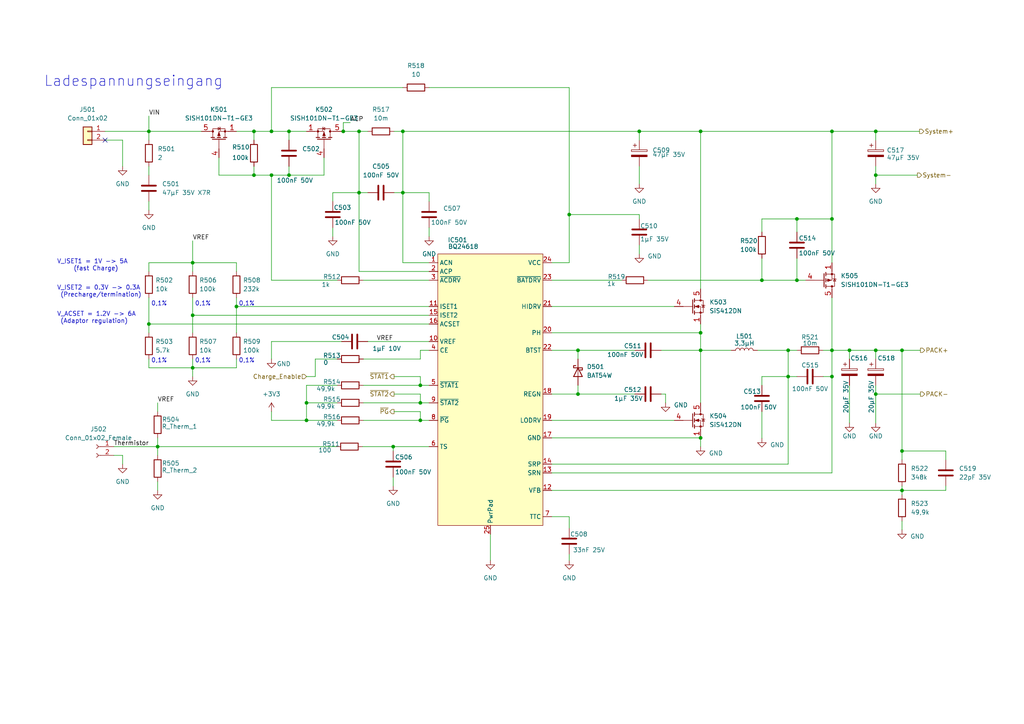
<source format=kicad_sch>
(kicad_sch (version 20211123) (generator eeschema)
  (paper "A4")
  (title_block (date "2022-01-24"))
  (lib_symbols
    (symbol "Connector:Conn_01x02_Female" (pin_names (offset 1.016) hide)
      (property "Reference" "J" (at 0 2.54 0))
      (property "Value" "Conn_01x02_Female" (at 0 -5.08 0))
      (symbol "Conn_01x02_Female_1_1"
        (arc (start 0 -2.032) (mid -0.508 -2.54) (end 0 -3.048) (stroke (width 0.1524)))
        (polyline (pts (xy -1.27 -2.54) (xy -0.508 -2.54)) (stroke (width 0.1524)))
        (polyline (pts (xy -1.27 0) (xy -0.508 0)) (stroke (width 0.1524)))
        (arc (start 0 0.508) (mid -0.508 0) (end 0 -0.508) (stroke (width 0.1524)))
        (pin passive line (at -5.08 0 0) (length 3.81) (name "Pin_1") (number "1"))
        (pin passive line (at -5.08 -2.54 0) (length 3.81) (name "Pin_2") (number "2"))
      )
    )
    (symbol "Connector_Generic:Conn_01x02" (pin_names (offset 1.016) hide)
      (property "Reference" "J" (at 0 2.54 0))
      (property "Value" "Conn_01x02" (at 0 -5.08 0))
      (symbol "Conn_01x02_1_1"
        (rectangle (start -1.27 -2.413) (end 0 -2.667) (stroke (width 0.1524)))
        (rectangle (start -1.27 0.127) (end 0 -0.127) (stroke (width 0.1524)))
        (rectangle (start -1.27 1.27) (end 1.27 -3.81) (stroke (width 0.254)) (fill (type background)))
        (pin passive line (at -5.08 0 0) (length 3.81) (name "Pin_1") (number "1"))
        (pin passive line (at -5.08 -2.54 0) (length 3.81) (name "Pin_2") (number "2"))
      )
    )
    (symbol "Device:C" (pin_numbers hide) (pin_names (offset 0.254))
      (property "Reference" "C" (at 0.635 2.54 0))
      (property "Value" "C" (at 0.635 -2.54 0))
      (symbol "C_0_1"
        (polyline (pts (xy -2.032 -0.762) (xy 2.032 -0.762)) (stroke (width 0.508)))
        (polyline (pts (xy -2.032 0.762) (xy 2.032 0.762)) (stroke (width 0.508)))
      )
      (symbol "C_1_1"
        (pin passive line (at 0 3.81 270) (length 2.794) (name "~") (number "1"))
        (pin passive line (at 0 -3.81 90) (length 2.794) (name "~") (number "2"))
      )
    )
    (symbol "Device:C_Polarized" (pin_numbers hide) (pin_names (offset 0.254))
      (property "Reference" "C" (at 0.635 2.54 0))
      (property "Value" "C_Polarized" (at 0.635 -2.54 0))
      (symbol "C_Polarized_0_1"
        (rectangle (start -2.286 0.508) (end 2.286 1.016))
        (polyline (pts (xy -1.778 2.286) (xy -0.762 2.286)))
        (polyline (pts (xy -1.27 2.794) (xy -1.27 1.778)))
        (rectangle (start 2.286 -0.508) (end -2.286 -1.016) (fill (type outline)))
      )
      (symbol "C_Polarized_1_1"
        (pin passive line (at 0 3.81 270) (length 2.794) (name "~") (number "1"))
        (pin passive line (at 0 -3.81 90) (length 2.794) (name "~") (number "2"))
      )
    )
    (symbol "Device:D_Schottky" (pin_numbers hide) (pin_names (offset 1.016) hide)
      (property "Reference" "D" (at 0 2.54 0))
      (property "Value" "D_Schottky" (at 0 -2.54 0))
      (symbol "D_Schottky_0_1"
        (polyline (pts (xy 1.27 0) (xy -1.27 0)))
        (polyline (pts (xy 1.27 1.27) (xy 1.27 -1.27) (xy -1.27 0) (xy 1.27 1.27)) (stroke (width 0.254)))
        (polyline (pts (xy -1.905 0.635) (xy -1.905 1.27) (xy -1.27 1.27) (xy -1.27 -1.27) (xy -0.635 -1.27) (xy -0.635 -0.635)) (stroke (width 0.254)))
      )
      (symbol "D_Schottky_1_1"
        (pin passive line (at -3.81 0 0) (length 2.54) (name "K") (number "1"))
        (pin passive line (at 3.81 0 180) (length 2.54) (name "A") (number "2"))
      )
    )
    (symbol "Device:L" (pin_numbers hide) (pin_names (offset 1.016) hide)
      (property "Reference" "L" (at -1.27 0 90))
      (property "Value" "L" (at 1.905 0 90))
      (symbol "L_0_1"
        (arc (start 0 -2.54) (mid 0.635 -1.905) (end 0 -1.27))
        (arc (start 0 -1.27) (mid 0.635 -0.635) (end 0 0))
        (arc (start 0 0) (mid 0.635 0.635) (end 0 1.27))
        (arc (start 0 1.27) (mid 0.635 1.905) (end 0 2.54))
      )
      (symbol "L_1_1"
        (pin passive line (at 0 3.81 270) (length 1.27) (name "1") (number "1"))
        (pin passive line (at 0 -3.81 90) (length 1.27) (name "2") (number "2"))
      )
    )
    (symbol "Device:R" (pin_numbers hide) (pin_names (offset 0))
      (property "Reference" "R" (at 2.032 0 90))
      (property "Value" "R" (at 0 0 90))
      (symbol "R_0_1"
        (rectangle (start -1.016 -2.54) (end 1.016 2.54) (stroke (width 0.254)))
      )
      (symbol "R_1_1"
        (pin passive line (at 0 3.81 270) (length 1.27) (name "~") (number "1"))
        (pin passive line (at 0 -3.81 90) (length 1.27) (name "~") (number "2"))
      )
    )
    (symbol "HER_Symbole:BQ24618"
      (property "Reference" "U" (at 21.59 -12.7 0))
      (property "Value" "BQ24618" (at 21.59 -8.89 0))
      (symbol "BQ24618_0_1"
        (rectangle (start 5.08 -2.54) (end 35.56 -81.28) (fill (type background)))
      )
      (symbol "BQ24618_1_1"
        (pin input line (at 2.54 -5.08 0) (length 2.54) (name "ACN") (number "1"))
        (pin input line (at 2.54 -27.94 0) (length 2.54) (name "VREF") (number "10"))
        (pin input line (at 2.54 -17.78 0) (length 2.54) (name "ISET1") (number "11"))
        (pin input line (at 38.1 -71.12 180) (length 2.54) (name "VFB") (number "12"))
        (pin input line (at 38.1 -66.04 180) (length 2.54) (name "SRN") (number "13"))
        (pin input line (at 38.1 -63.5 180) (length 2.54) (name "SRP") (number "14"))
        (pin input line (at 2.54 -20.32 0) (length 2.54) (name "ISET2") (number "15"))
        (pin input line (at 2.54 -22.86 0) (length 2.54) (name "ACSET") (number "16"))
        (pin power_in line (at 38.1 -55.88 180) (length 2.54) (name "GND") (number "17"))
        (pin output line (at 38.1 -43.18 180) (length 2.54) (name "REGN") (number "18"))
        (pin output line (at 38.1 -50.8 180) (length 2.54) (name "LODRV") (number "19"))
        (pin input line (at 2.54 -7.62 0) (length 2.54) (name "ACP") (number "2"))
        (pin passive line (at 38.1 -25.4 180) (length 2.54) (name "PH") (number "20"))
        (pin output line (at 38.1 -17.78 180) (length 2.54) (name "HIDRV") (number "21"))
        (pin power_in line (at 38.1 -30.48 180) (length 2.54) (name "BTST") (number "22"))
        (pin output line (at 38.1 -10.16 180) (length 2.54) (name "~{BATDRV}") (number "23"))
        (pin power_in line (at 38.1 -5.08 180) (length 2.54) (name "VCC") (number "24"))
        (pin passive line (at 20.32 -83.82 90) (length 2.54) (name "PwrPad") (number "25"))
        (pin output line (at 2.54 -10.16 0) (length 2.54) (name "~{ACDRV}") (number "3"))
        (pin input line (at 2.54 -30.48 0) (length 2.54) (name "CE") (number "4"))
        (pin input line (at 2.54 -40.64 0) (length 2.54) (name "~{STAT1}") (number "5"))
        (pin input line (at 2.54 -58.42 0) (length 2.54) (name "TS") (number "6"))
        (pin input line (at 38.1 -78.74 180) (length 2.54) (name "TTC") (number "7"))
        (pin input line (at 2.54 -50.8 0) (length 2.54) (name "~{PG}") (number "8"))
        (pin input line (at 2.54 -45.72 0) (length 2.54) (name "~{STAT2}") (number "9"))
      )
    )
    (symbol "Vishay:MOSFET_NMOS_8_Pin"
      (property "Reference" "Q" (at 4.826 -19.558 0))
      (property "Value" "MOSFET_NMOS_8_Pin" (at 4.826 -21.59 0))
      (symbol "MOSFET_NMOS_8_Pin_0_1"
        (polyline (pts (xy 0.254 -20.32) (xy -2.54 -20.32)))
        (polyline (pts (xy 0.254 -18.415) (xy 0.254 -22.225)) (stroke (width 0.254)))
        (polyline (pts (xy 0.762 -21.59) (xy 0.762 -22.606)) (stroke (width 0.254)))
        (polyline (pts (xy 0.762 -19.812) (xy 0.762 -20.828)) (stroke (width 0.254)))
        (polyline (pts (xy 0.762 -18.034) (xy 0.762 -19.05)) (stroke (width 0.254)))
        (polyline (pts (xy 2.54 -17.78) (xy 2.54 -18.542)))
        (polyline (pts (xy 2.54 -22.86) (xy 2.54 -20.32) (xy 0.762 -20.32)))
        (polyline (pts (xy 0.762 -22.098) (xy 3.302 -22.098) (xy 3.302 -18.542) (xy 0.762 -18.542)))
        (polyline (pts (xy 1.016 -20.32) (xy 2.032 -19.939) (xy 2.032 -20.701) (xy 1.016 -20.32)) (fill (type outline)))
        (polyline (pts (xy 2.794 -19.812) (xy 2.921 -19.939) (xy 3.683 -19.939) (xy 3.81 -20.066)))
        (polyline (pts (xy 3.302 -19.939) (xy 2.921 -20.574) (xy 3.683 -20.574) (xy 3.302 -19.939)))
        (circle (center 2.54 -22.098) (radius 0.254) (fill (type outline)))
        (circle (center 2.54 -18.542) (radius 0.254) (fill (type outline)))
      )
      (symbol "MOSFET_NMOS_8_Pin_1_1"
        (pin passive line (at 2.54 -25.4 90) (length 2.54) (name "") (number "1"))
        (pin passive line (at 2.54 -25.4 90) (length 2.54) hide (name "S") (number "2"))
        (pin passive line (at 2.54 -25.4 90) (length 2.54) hide (name "S") (number "3"))
        (pin passive line (at -5.08 -20.32 0) (length 2.54) (name "") (number "4"))
        (pin passive line (at 2.54 -15.24 270) (length 2.54) (name "") (number "5"))
        (pin passive line (at 2.54 -15.24 270) (length 2.54) hide (name "") (number "6"))
        (pin passive line (at 2.54 -15.24 270) (length 2.54) hide (name "") (number "7"))
        (pin passive line (at 2.54 -15.24 270) (length 2.54) hide (name "") (number "8"))
        (pin passive line (at 2.54 -15.24 270) (length 2.54) hide (name "") (number "9"))
      )
    )
    (symbol "Vishay:MOSFET_PMOS_8Pin+Pad"
      (property "Reference" "Q" (at 5.08 -11.938 0))
      (property "Value" "MOSFET_PMOS_8Pin+Pad" (at 4.826 -13.716 0))
      (symbol "MOSFET_PMOS_8Pin+Pad_0_1"
        (polyline (pts (xy 0.254 -14.605) (xy 0.254 -10.795)) (stroke (width 0.254)))
        (polyline (pts (xy 0.254 -12.7) (xy -2.54 -12.7)))
        (polyline (pts (xy 0.762 -14.986) (xy 0.762 -13.97)) (stroke (width 0.254)))
        (polyline (pts (xy 0.762 -13.208) (xy 0.762 -12.192)) (stroke (width 0.254)))
        (polyline (pts (xy 0.762 -11.43) (xy 0.762 -10.414)) (stroke (width 0.254)))
        (polyline (pts (xy 2.54 -15.24) (xy 2.54 -14.478)))
        (polyline (pts (xy 2.54 -10.16) (xy 2.54 -12.7) (xy 0.762 -12.7)))
        (polyline (pts (xy 0.762 -14.478) (xy 3.302 -14.478) (xy 3.302 -10.922) (xy 0.762 -10.922)))
        (polyline (pts (xy 2.286 -12.7) (xy 1.27 -13.081) (xy 1.27 -12.319) (xy 2.286 -12.7)) (fill (type outline)))
        (polyline (pts (xy 2.794 -12.192) (xy 2.921 -12.319) (xy 3.683 -12.319) (xy 3.81 -12.446)))
        (polyline (pts (xy 3.302 -12.319) (xy 2.921 -12.954) (xy 3.683 -12.954) (xy 3.302 -12.319)))
        (circle (center 2.54 -14.478) (radius 0.254) (fill (type outline)))
        (circle (center 2.54 -10.922) (radius 0.254) (fill (type outline)))
      )
      (symbol "MOSFET_PMOS_8Pin+Pad_1_1"
        (pin passive line (at 2.54 -7.62 270) (length 2.54) (name "") (number "1"))
        (pin passive line (at 2.54 -7.62 270) (length 2.54) hide (name "S") (number "2"))
        (pin passive line (at 2.54 -7.62 270) (length 2.54) hide (name "S") (number "3"))
        (pin passive line (at -5.08 -12.7 0) (length 2.54) (name "") (number "4"))
        (pin passive line (at 2.54 -17.78 90) (length 2.54) (name "") (number "5"))
        (pin passive line (at 2.54 -17.78 90) (length 2.54) hide (name "") (number "6"))
        (pin passive line (at 2.54 -17.78 90) (length 2.54) hide (name "") (number "7"))
        (pin passive line (at 2.54 -17.78 90) (length 2.54) hide (name "") (number "8"))
        (pin passive line (at 2.54 -17.78 90) (length 2.54) hide (name "") (number "9"))
      )
    )
    (symbol "power:+3V3" (power) (pin_names (offset 0))
      (property "Value" "+3V3" (at 0 3.556 0))
      (symbol "+3V3_0_1"
        (polyline (pts (xy -0.762 1.27) (xy 0 2.54)))
        (polyline (pts (xy 0 0) (xy 0 2.54)))
        (polyline (pts (xy 0 2.54) (xy 0.762 1.27)))
      )
      (symbol "+3V3_1_1"
        (pin power_in line (at 0 0 90) (length 0) hide (name "+3V3") (number "1"))
      )
    )
    (symbol "power:GND" (power) (pin_names (offset 0))
      (property "Value" "GND" (at 0 -3.81 0))
      (symbol "GND_0_1"
        (polyline (pts (xy 0 0) (xy 0 -1.27) (xy 1.27 -1.27) (xy 0 -2.54) (xy -1.27 -1.27) (xy 0 -1.27)))
      )
      (symbol "GND_1_1"
        (pin power_in line (at 0 0 270) (length 0) hide (name "GND") (number "1"))
      )
    )
  )
  (junction (at 73.66 50.8))
  (junction (at 203.2 96.52))
  (junction (at 83.82 38.1))
  (junction (at 228.6 101.6))
  (junction (at 121.92 121.92))
  (junction (at 231.14 63.5))
  (junction (at 78.74 38.1))
  (junction (at 167.64 101.6))
  (junction (at 104.14 55.88))
  (junction (at 254 114.3))
  (junction (at 241.3 109.22))
  (junction (at 228.6 109.22))
  (junction (at 185.42 38.1))
  (junction (at 241.3 38.1))
  (junction (at 116.84 38.1))
  (junction (at 104.14 38.1))
  (junction (at 78.74 50.8))
  (junction (at 254 101.6))
  (junction (at 261.62 130.81))
  (junction (at 114.046 129.54))
  (junction (at 88.9 116.84))
  (junction (at 246.38 101.6))
  (junction (at 68.58 88.9))
  (junction (at 55.88 76.2))
  (junction (at 121.92 116.84))
  (junction (at 203.2 101.6))
  (junction (at 203.2 127))
  (junction (at 231.14 81.28))
  (junction (at 45.72 129.54))
  (junction (at 165.1 62.23))
  (junction (at 254 50.8))
  (junction (at 220.98 81.28))
  (junction (at 55.88 106.68))
  (junction (at 99.568 38.1))
  (junction (at 241.3 101.6))
  (junction (at 116.84 55.88))
  (junction (at 121.92 111.76))
  (junction (at 254 38.1))
  (junction (at 83.82 50.8))
  (junction (at 203.2 38.1))
  (junction (at 241.3 63.5))
  (junction (at 167.64 114.3))
  (junction (at 43.18 38.1))
  (junction (at 55.88 91.44))
  (junction (at 73.66 38.1))
  (junction (at 261.62 142.24))
  (junction (at 43.18 93.98))
  (junction (at 261.62 101.6))
  (junction (at 88.9 121.92))
  (no_connect (at 30.48 40.64))
  (wire (pts (xy 191.77 101.6) (xy 203.2 101.6)))
  (wire (pts (xy 104.14 38.1) (xy 104.14 55.88)))
  (wire (pts (xy 116.84 55.88) (xy 116.84 38.1)))
  (wire (pts (xy 160.02 81.28) (xy 180.34 81.28)))
  (wire (pts (xy 203.2 101.6) (xy 203.2 116.84)))
  (wire (pts (xy 116.84 76.2) (xy 124.46 76.2)))
  (wire (pts (xy 43.18 76.2) (xy 55.88 76.2)))
  (wire (pts (xy 63.5 45.72) (xy 63.5 50.8)))
  (wire (pts (xy 93.98 50.8) (xy 93.98 45.72)))
  (wire (pts (xy 124.46 25.4) (xy 165.1 25.4)))
  (wire (pts (xy 104.14 55.88) (xy 104.14 78.74)))
  (wire (pts (xy 43.18 104.14) (xy 43.18 106.68)))
  (wire (pts (xy 45.72 127) (xy 45.72 129.54)))
  (wire (pts (xy 104.14 55.88) (xy 106.68 55.88)))
  (wire (pts (xy 73.66 38.1) (xy 73.66 40.64)))
  (wire (pts (xy 55.88 69.85) (xy 55.88 76.2)))
  (wire (pts (xy 88.9 111.76) (xy 88.9 116.84)))
  (wire (pts (xy 55.88 106.68) (xy 55.88 109.22)))
  (wire (pts (xy 261.62 133.35) (xy 261.62 130.81)))
  (wire (pts (xy 219.71 101.6) (xy 228.6 101.6)))
  (wire (pts (xy 55.88 91.44) (xy 55.88 96.52)))
  (wire (pts (xy 220.98 109.22) (xy 228.6 109.22)))
  (wire (pts (xy 43.18 48.26) (xy 43.18 50.8)))
  (wire (pts (xy 261.62 101.6) (xy 261.62 130.81)))
  (wire (pts (xy 43.18 86.36) (xy 43.18 93.98)))
  (wire (pts (xy 105.41 81.28) (xy 124.46 81.28)))
  (wire (pts (xy 105.41 116.84) (xy 121.92 116.84)))
  (wire (pts (xy 160.02 137.16) (xy 241.3 137.16)))
  (wire (pts (xy 68.58 38.1) (xy 73.66 38.1)))
  (wire (pts (xy 43.18 38.1) (xy 58.42 38.1)))
  (wire (pts (xy 241.3 101.6) (xy 238.76 101.6)))
  (wire (pts (xy 160.02 127) (xy 203.2 127)))
  (wire (pts (xy 254 111.76) (xy 254 114.3)))
  (wire (pts (xy 43.18 93.98) (xy 43.18 96.52)))
  (wire (pts (xy 246.38 111.76) (xy 246.38 122.682)))
  (wire (pts (xy 105.41 104.14) (xy 121.92 104.14)))
  (wire (pts (xy 167.64 101.6) (xy 184.15 101.6)))
  (wire (pts (xy 68.58 88.9) (xy 124.46 88.9)))
  (wire (pts (xy 220.98 67.31) (xy 220.98 63.5)))
  (wire (pts (xy 104.14 55.88) (xy 96.52 55.88)))
  (wire (pts (xy 220.98 63.5) (xy 231.14 63.5)))
  (wire (pts (xy 254 114.3) (xy 266.954 114.3)))
  (wire (pts (xy 241.3 109.22) (xy 241.3 137.16)))
  (wire (pts (xy 121.92 111.76) (xy 124.46 111.76)))
  (wire (pts (xy 114.3 55.88) (xy 116.84 55.88)))
  (wire (pts (xy 88.9 116.84) (xy 97.79 116.84)))
  (wire (pts (xy 68.58 76.2) (xy 55.88 76.2)))
  (wire (pts (xy 114.3 109.22) (xy 121.92 109.22)))
  (wire (pts (xy 254 38.1) (xy 266.7 38.1)))
  (wire (pts (xy 114.046 129.54) (xy 124.46 129.54)))
  (wire (pts (xy 121.92 101.6) (xy 124.46 101.6)))
  (wire (pts (xy 68.58 78.74) (xy 68.58 76.2)))
  (wire (pts (xy 167.64 101.6) (xy 167.64 104.14)))
  (wire (pts (xy 185.42 48.26) (xy 185.42 53.34)))
  (wire (pts (xy 231.14 81.28) (xy 233.68 81.28)))
  (wire (pts (xy 121.92 109.22) (xy 121.92 111.76)))
  (wire (pts (xy 88.9 109.22) (xy 91.44 109.22)))
  (wire (pts (xy 91.44 109.22) (xy 91.44 104.14)))
  (wire (pts (xy 68.58 88.9) (xy 68.58 96.52)))
  (wire (pts (xy 45.72 116.84) (xy 45.72 119.38)))
  (wire (pts (xy 231.14 67.31) (xy 231.14 63.5)))
  (wire (pts (xy 101.6 35.56) (xy 99.568 35.56)))
  (wire (pts (xy 261.62 142.24) (xy 274.32 142.24)))
  (wire (pts (xy 99.06 99.06) (xy 78.74 99.06)))
  (wire (pts (xy 63.5 50.8) (xy 73.66 50.8)))
  (wire (pts (xy 55.88 106.68) (xy 68.58 106.68)))
  (wire (pts (xy 203.2 38.1) (xy 203.2 83.82)))
  (wire (pts (xy 96.52 55.88) (xy 96.52 58.42)))
  (wire (pts (xy 185.42 62.23) (xy 185.42 63.5)))
  (wire (pts (xy 228.6 109.22) (xy 228.6 101.6)))
  (wire (pts (xy 55.88 106.68) (xy 55.88 104.14)))
  (wire (pts (xy 30.48 40.64) (xy 35.56 40.64)))
  (wire (pts (xy 88.9 121.92) (xy 97.79 121.92)))
  (wire (pts (xy 165.1 62.23) (xy 165.1 76.2)))
  (wire (pts (xy 78.74 38.1) (xy 83.82 38.1)))
  (wire (pts (xy 160.02 121.92) (xy 195.58 121.92)))
  (wire (pts (xy 43.18 93.98) (xy 124.46 93.98)))
  (wire (pts (xy 241.3 38.1) (xy 254 38.1)))
  (wire (pts (xy 105.41 121.92) (xy 121.92 121.92)))
  (wire (pts (xy 83.82 38.1) (xy 88.9 38.1)))
  (wire (pts (xy 121.92 104.14) (xy 121.92 101.6)))
  (wire (pts (xy 73.66 50.8) (xy 78.74 50.8)))
  (wire (pts (xy 160.02 76.2) (xy 165.1 76.2)))
  (wire (pts (xy 274.32 142.24) (xy 274.32 140.97)))
  (wire (pts (xy 78.74 121.92) (xy 88.9 121.92)))
  (wire (pts (xy 91.44 104.14) (xy 97.79 104.14)))
  (wire (pts (xy 99.568 38.1) (xy 104.14 38.1)))
  (wire (pts (xy 254 50.8) (xy 254 53.34)))
  (wire (pts (xy 274.32 130.81) (xy 274.32 133.35)))
  (wire (pts (xy 160.02 88.9) (xy 195.58 88.9)))
  (wire (pts (xy 73.66 38.1) (xy 78.74 38.1)))
  (wire (pts (xy 160.02 101.6) (xy 167.64 101.6)))
  (wire (pts (xy 167.64 111.76) (xy 167.64 114.3)))
  (wire (pts (xy 160.02 114.3) (xy 167.64 114.3)))
  (wire (pts (xy 33.02 132.08) (xy 35.56 132.08)))
  (wire (pts (xy 231.14 74.93) (xy 231.14 81.28)))
  (wire (pts (xy 78.74 119.38) (xy 78.74 121.92)))
  (wire (pts (xy 114.046 138.43) (xy 114.046 140.97)))
  (wire (pts (xy 99.568 35.56) (xy 99.568 38.1)))
  (wire (pts (xy 185.42 38.1) (xy 203.2 38.1)))
  (wire (pts (xy 254 114.3) (xy 254 122.682)))
  (wire (pts (xy 241.3 38.1) (xy 241.3 63.5)))
  (wire (pts (xy 238.76 109.22) (xy 241.3 109.22)))
  (wire (pts (xy 105.156 129.54) (xy 114.046 129.54)))
  (wire (pts (xy 254 101.6) (xy 254 104.14)))
  (wire (pts (xy 78.74 38.1) (xy 78.74 25.4)))
  (wire (pts (xy 203.2 127) (xy 203.2 129.54)))
  (wire (pts (xy 231.14 63.5) (xy 241.3 63.5)))
  (wire (pts (xy 167.64 114.3) (xy 184.15 114.3)))
  (wire (pts (xy 241.3 76.2) (xy 241.3 63.5)))
  (wire (pts (xy 116.84 38.1) (xy 114.3 38.1)))
  (wire (pts (xy 43.18 76.2) (xy 43.18 78.74)))
  (wire (pts (xy 193.04 114.3) (xy 193.04 116.84)))
  (wire (pts (xy 104.14 78.74) (xy 124.46 78.74)))
  (wire (pts (xy 187.96 81.28) (xy 220.98 81.28)))
  (wire (pts (xy 228.6 101.6) (xy 231.14 101.6)))
  (wire (pts (xy 43.18 38.1) (xy 43.18 40.64)))
  (wire (pts (xy 43.18 33.655) (xy 43.18 38.1)))
  (wire (pts (xy 96.52 66.04) (xy 96.52 68.58)))
  (wire (pts (xy 203.2 96.52) (xy 203.2 101.6)))
  (wire (pts (xy 246.38 101.6) (xy 246.38 104.14)))
  (wire (pts (xy 160.02 149.86) (xy 165.1 149.86)))
  (wire (pts (xy 261.62 101.6) (xy 266.954 101.6)))
  (wire (pts (xy 114.3 119.38) (xy 121.92 119.38)))
  (wire (pts (xy 55.88 76.2) (xy 55.88 78.74)))
  (wire (pts (xy 83.82 48.26) (xy 83.82 50.8)))
  (wire (pts (xy 114.3 114.3) (xy 121.92 114.3)))
  (wire (pts (xy 78.74 50.8) (xy 78.74 81.28)))
  (wire (pts (xy 104.14 38.1) (xy 106.68 38.1)))
  (wire (pts (xy 165.1 149.86) (xy 165.1 153.162)))
  (wire (pts (xy 43.18 106.68) (xy 55.88 106.68)))
  (wire (pts (xy 78.74 99.06) (xy 78.74 104.14)))
  (wire (pts (xy 165.1 25.4) (xy 165.1 62.23)))
  (wire (pts (xy 73.66 48.26) (xy 73.66 50.8)))
  (wire (pts (xy 78.74 81.28) (xy 97.79 81.28)))
  (wire (pts (xy 121.92 119.38) (xy 121.92 121.92)))
  (wire (pts (xy 165.1 62.23) (xy 185.42 62.23)))
  (wire (pts (xy 121.92 121.92) (xy 124.46 121.92)))
  (wire (pts (xy 261.62 140.97) (xy 261.62 142.24)))
  (wire (pts (xy 121.92 114.3) (xy 121.92 116.84)))
  (wire (pts (xy 241.3 101.6) (xy 246.38 101.6)))
  (wire (pts (xy 193.04 114.3) (xy 191.77 114.3)))
  (wire (pts (xy 160.02 134.62) (xy 228.6 134.62)))
  (wire (pts (xy 254 101.6) (xy 261.62 101.6)))
  (wire (pts (xy 220.98 111.76) (xy 220.98 109.22)))
  (wire (pts (xy 83.82 38.1) (xy 83.82 40.64)))
  (wire (pts (xy 220.98 74.93) (xy 220.98 81.28)))
  (wire (pts (xy 45.72 129.54) (xy 97.536 129.54)))
  (wire (pts (xy 228.6 109.22) (xy 231.14 109.22)))
  (wire (pts (xy 185.42 71.12) (xy 185.42 73.66)))
  (wire (pts (xy 99.06 38.1) (xy 99.568 38.1)))
  (wire (pts (xy 33.02 129.54) (xy 45.72 129.54)))
  (wire (pts (xy 43.18 58.42) (xy 43.18 60.96)))
  (wire (pts (xy 55.88 91.44) (xy 124.46 91.44)))
  (wire (pts (xy 261.62 142.24) (xy 261.62 143.51)))
  (wire (pts (xy 203.2 93.98) (xy 203.2 96.52)))
  (wire (pts (xy 220.98 81.28) (xy 231.14 81.28)))
  (wire (pts (xy 228.6 109.22) (xy 228.6 134.62)))
  (wire (pts (xy 241.3 86.36) (xy 241.3 101.6)))
  (wire (pts (xy 220.98 119.38) (xy 220.98 127.127)))
  (wire (pts (xy 185.42 38.1) (xy 185.42 40.64)))
  (wire (pts (xy 116.84 55.88) (xy 124.46 55.88)))
  (wire (pts (xy 203.2 101.6) (xy 212.09 101.6)))
  (wire (pts (xy 142.24 154.94) (xy 142.24 162.56)))
  (wire (pts (xy 116.84 55.88) (xy 116.84 76.2)))
  (wire (pts (xy 83.82 50.8) (xy 93.98 50.8)))
  (wire (pts (xy 254 50.8) (xy 266.065 50.8)))
  (wire (pts (xy 121.92 116.84) (xy 124.46 116.84)))
  (wire (pts (xy 116.84 38.1) (xy 185.42 38.1)))
  (wire (pts (xy 68.58 86.36) (xy 68.58 88.9)))
  (wire (pts (xy 106.68 99.06) (xy 124.46 99.06)))
  (wire (pts (xy 105.41 111.76) (xy 121.92 111.76)))
  (wire (pts (xy 78.74 50.8) (xy 83.82 50.8)))
  (wire (pts (xy 88.9 116.84) (xy 88.9 121.92)))
  (wire (pts (xy 55.88 86.36) (xy 55.88 91.44)))
  (wire (pts (xy 35.56 40.64) (xy 35.56 48.26)))
  (wire (pts (xy 160.02 96.52) (xy 203.2 96.52)))
  (wire (pts (xy 35.56 132.08) (xy 35.56 134.62)))
  (wire (pts (xy 246.38 101.6) (xy 254 101.6)))
  (wire (pts (xy 97.79 111.76) (xy 88.9 111.76)))
  (wire (pts (xy 254 38.1) (xy 254 40.64)))
  (wire (pts (xy 30.48 38.1) (xy 43.18 38.1)))
  (wire (pts (xy 45.72 139.7) (xy 45.72 142.24)))
  (wire (pts (xy 68.58 106.68) (xy 68.58 104.14)))
  (wire (pts (xy 261.62 151.13) (xy 261.62 153.67)))
  (wire (pts (xy 124.46 55.88) (xy 124.46 58.42)))
  (wire (pts (xy 261.62 130.81) (xy 274.32 130.81)))
  (wire (pts (xy 254 48.26) (xy 254 50.8)))
  (wire (pts (xy 160.02 142.24) (xy 261.62 142.24)))
  (wire (pts (xy 241.3 101.6) (xy 241.3 109.22)))
  (wire (pts (xy 45.72 129.54) (xy 45.72 132.08)))
  (wire (pts (xy 203.2 38.1) (xy 241.3 38.1)))
  (wire (pts (xy 114.046 129.54) (xy 114.046 130.81)))
  (wire (pts (xy 78.74 25.4) (xy 116.84 25.4)))
  (wire (pts (xy 124.46 66.04) (xy 124.46 68.58)))
  (wire (pts (xy 165.1 160.782) (xy 165.1 162.56)))
  (text "0,1%" (at 43.815 88.9 0) (effects (font (size 1.27 1.27)) (justify left bottom)))
  (text "V_ISET2 = 0.3V -> 0.3A \n (Precharge/termination)" (at 16.51 86.36 0) (effects (font (size 1.27 1.27)) (justify left bottom)))
  (text "V_ISET1 = 1V -> 5A \n	(fast Charge)" (at 16.51 78.74 0) (effects (font (size 1.27 1.27)) (justify left bottom)))
  (text "0,1%" (at 43.815 105.41 0) (effects (font (size 1.27 1.27)) (justify left bottom)))
  (text "0,1%" (at 56.515 88.9 0) (effects (font (size 1.27 1.27)) (justify left bottom)))
  (text "Ladespannungseingang\n" (at 12.7 25.4 0) (effects (font (size 3 3)) (justify left bottom)))
  (text "0,1%" (at 69.215 105.41 0) (effects (font (size 1.27 1.27)) (justify left bottom)))
  (text "V_ACSET = 1.2V -> 6A \n (Adaptor regulation)" (at 16.51 93.98 0) (effects (font (size 1.27 1.27)) (justify left bottom)))
  (text "0,1%" (at 69.215 88.9 0) (effects (font (size 1.27 1.27)) (justify left bottom)))
  (text "0,1%" (at 56.515 105.41 0) (effects (font (size 1.27 1.27)) (justify left bottom)))
  (label "VIN" (at 43.18 33.655 0))
  (label "ACP" (at 101.6 35.56 0))
  (label "VREF" (at 55.88 69.85 0))
  (label "Thermistor" (at 33.02 129.54 0))
  (label "VREF" (at 109.2213 99.06 0))
  (label "VREF" (at 45.72 116.84 0))
  (hierarchical_label "System-" (shape output) (at 266.065 50.8 0))
  (hierarchical_label "PACK+" (shape output) (at 266.954 101.6 0))
  (hierarchical_label "System+" (shape output) (at 266.7 38.1 0))
  (hierarchical_label "~{PG}" (shape output) (at 114.3 119.38 180))
  (hierarchical_label "~{STAT2}" (shape output) (at 114.3 114.3 180))
  (hierarchical_label "~{STAT1}" (shape output) (at 114.3 109.22 180))
  (hierarchical_label "Charge_Enable" (shape input) (at 88.9 109.22 180))
  (hierarchical_label "PACK-" (shape output) (at 266.954 114.3 0))
  (symbol (lib_id "power:GND") (at 254 122.682 0) (unit 1)
    (property "Reference" "#PWR0520" (effects hide))
    (property "Value" "GND" (at 254 126.492 0))
  )
  (symbol (lib_id "Device:R") (at 220.98 71.12 0) (unit 1)
    (property "Reference" "R520" (at 214.63 69.85 0) (effects (justify left)))
    (property "Value" "100k" (at 214.63 72.39 0) (effects (justify left)))
    (property "Footprint" "Resistor_SMD:R_0603_1608Metric" (effects hide))
  )
  (symbol (lib_id "Connector_Generic:Conn_01x02") (at 25.4 38.1 0) (mirror y) (unit 1)
    (property "Reference" "J501" (at 25.4 31.75 0))
    (property "Value" "Conn_01x02" (at 25.4 34.29 0))
    (property "Footprint" "Connector_Molex:Molex_Micro-Fit_3.0_43650-0215_1x02_P3.00mm_Vertical" (effects hide))
  )
  (symbol (lib_id "power:GND") (at 142.24 162.56 0) (unit 1)
    (property "Reference" "#PWR0511" (effects hide))
    (property "Value" "GND" (at 142.24 167.64 0))
  )
  (symbol (lib_id "Device:R") (at 43.18 44.45 0) (unit 1)
    (property "Reference" "R501" (at 45.72 43.1799 0) (effects (justify left)))
    (property "Value" "2" (at 45.72 45.7199 0) (effects (justify left)))
    (property "Footprint" "Resistor_SMD:R_0603_1608Metric" (effects hide))
  )
  (symbol (lib_id "Device:R") (at 120.65 25.4 270) (unit 1)
    (property "Reference" "R518" (at 120.65 19.05 90))
    (property "Value" "10" (at 120.65 21.59 90))
    (property "Footprint" "Resistor_SMD:R_0603_1608Metric" (effects hide))
  )
  (symbol (lib_id "power:GND") (at 114.046 140.97 0) (unit 1)
    (property "Reference" "#PWR0509" (effects hide))
    (property "Value" "GND" (at 114.046 146.05 0))
  )
  (symbol (lib_id "power:GND") (at 185.42 73.66 0) (unit 1)
    (property "Reference" "#PWR0514" (effects hide))
    (property "Value" "GND" (at 189.865 74.295 0))
  )
  (symbol (lib_id "Device:C") (at 102.87 99.06 270) (unit 1)
    (property "Reference" "C504" (at 101.346 97.79 90) (effects (justify right)))
    (property "Value" "1µF 10V" (at 116.332 101.092 90) (effects (justify right)))
    (property "Footprint" "Capacitor_SMD:C_0603_1608Metric" (effects hide))
  )
  (symbol (lib_id "Vishay:MOSFET_PMOS_8Pin+Pad") (at 81.28 40.64 90) (unit 1)
    (property "Reference" "K502" (at 93.98 31.75 90))
    (property "Value" "SISH101DN-T1-GE3" (at 93.98 34.29 90))
    (property "Footprint" "Vishay:PowerPAK 1212-8 Single" (effects hide))
    (property "Bauteilname" "Si7617DN" (effects hide))
  )
  (symbol (lib_id "power:GND") (at 35.56 48.26 0) (unit 1)
    (property "Reference" "#PWR0501" (effects hide))
    (property "Value" "GND" (at 35.56 53.34 0))
  )
  (symbol (lib_id "Device:C_Polarized") (at 185.42 44.45 0) (unit 1)
    (property "Reference" "C509" (at 189.23 43.5609 0) (effects (justify left)))
    (property "Value" "47µF 35V" (at 189.23 44.8309 0) (effects (justify left)))
    (property "Footprint" "Capacitor_SMD:CP_Elec_6.3x5.4" (effects hide))
    (property "Bauteilname" "EDK476M025A9GAA" (effects hide))
  )
  (symbol (lib_id "Device:C") (at 165.1 156.972 180) (unit 1)
    (property "Reference" "C508" (at 167.894 154.94 0))
    (property "Value" "33nF 25V" (at 175.514 159.512 0) (effects (justify left)))
    (property "Footprint" "Capacitor_SMD:C_0603_1608Metric" (effects hide))
  )
  (symbol (lib_id "Vishay:MOSFET_NMOS_8_Pin") (at 200.66 68.58 0) (unit 1)
    (property "Reference" "K503" (at 205.74 87.6299 0) (effects (justify left)))
    (property "Value" "SiS412DN" (at 205.74 90.1699 0) (effects (justify left)))
    (property "Footprint" "Vishay:PowerPAK 1212-8 Single" (effects hide))
    (property "Bauteilname" "SiS412DN" (effects hide))
  )
  (symbol (lib_id "power:GND") (at 193.04 116.84 0) (unit 1)
    (property "Reference" "#PWR0515" (effects hide))
    (property "Value" "GND" (at 197.485 117.475 0))
  )
  (symbol (lib_id "power:GND") (at 45.72 142.24 0) (unit 1)
    (property "Reference" "#PWR0504" (effects hide))
    (property "Value" "GND" (at 45.72 147.32 0))
  )
  (symbol (lib_id "Device:C") (at 110.49 55.88 90) (unit 1)
    (property "Reference" "C505" (at 110.49 48.26 90))
    (property "Value" "100nF 50V" (at 110.49 50.8 90))
    (property "Footprint" "Capacitor_SMD:C_0603_1608Metric" (effects hide))
  )
  (symbol (lib_id "Device:R") (at 68.58 100.33 0) (unit 1)
    (property "Reference" "R509" (at 70.485 99.0599 0) (effects (justify left)))
    (property "Value" "100k" (at 70.485 101.5999 0) (effects (justify left)))
    (property "Footprint" "Resistor_SMD:R_0603_1608Metric" (effects hide))
  )
  (symbol (lib_id "Device:C") (at 185.42 67.31 0) (unit 1)
    (property "Reference" "C510" (at 185.674 65.532 0) (effects (justify left)))
    (property "Value" "1µF 35V" (at 185.674 69.342 0) (effects (justify left)))
    (property "Footprint" "Capacitor_SMD:C_0603_1608Metric" (effects hide))
  )
  (symbol (lib_id "Device:R") (at 101.6 104.14 90) (unit 1)
    (property "Reference" "R513" (at 96.266 103.124 90))
    (property "Value" "0" (at 94.488 105.156 90))
    (property "Footprint" "Resistor_SMD:R_0603_1608Metric" (effects hide))
  )
  (symbol (lib_id "power:GND") (at 220.98 127.127 0) (unit 1)
    (property "Reference" "#PWR0517" (effects hide))
    (property "Value" "GND" (at 225.425 129.032 0))
  )
  (symbol (lib_id "Device:R") (at 101.6 81.28 90) (mirror x) (unit 1)
    (property "Reference" "R512" (at 96.266 80.264 90))
    (property "Value" "1k" (at 94.488 82.55 90))
    (property "Footprint" "Resistor_SMD:R_0603_1608Metric" (effects hide))
  )
  (symbol (lib_id "power:GND") (at 43.18 60.96 0) (unit 1)
    (property "Reference" "#PWR0503" (effects hide))
    (property "Value" "GND" (at 43.18 66.04 0))
  )
  (symbol (lib_id "power:GND") (at 55.88 109.22 0) (unit 1)
    (property "Reference" "#PWR0505" (effects hide))
    (property "Value" "GND" (at 55.88 114.3 0))
  )
  (symbol (lib_id "Device:C") (at 43.18 54.61 0) (unit 1)
    (property "Reference" "C501" (at 46.99 53.3399 0) (effects (justify left)))
    (property "Value" "47µF 35V X7R" (at 46.99 55.8799 0) (effects (justify left)))
    (property "Footprint" "Capacitor_SMD:C_2220_5650Metric" (effects hide))
    (property "Bauteilname" "KCM55WR7YA476MH01K" (effects hide))
  )
  (symbol (lib_id "Device:R") (at 261.62 147.32 0) (unit 1)
    (property "Reference" "R523" (at 264.16 146.0499 0) (effects (justify left)))
    (property "Value" "49,9k" (at 264.16 148.5899 0) (effects (justify left)))
    (property "Footprint" "Resistor_SMD:R_0603_1608Metric" (effects hide))
  )
  (symbol (lib_id "power:GND") (at 78.74 104.14 0) (unit 1)
    (property "Reference" "#PWR0506" (effects hide))
    (property "Value" "GND" (at 82.296 105.537 0))
  )
  (symbol (lib_id "HER_Symbole:BQ24618") (at 121.92 71.12 0) (unit 1)
    (property "Reference" "IC501" (at 132.715 69.596 0))
    (property "Value" "BQ24618" (at 134.366 71.501 0))
    (property "Footprint" "Package_DFN_QFN:VQFN-24-1EP_4x4mm_P0.5mm_EP2.45x2.45mm" (effects hide))
    (property "Bauteilname" "BQ24618" (effects hide))
  )
  (symbol (lib_id "Device:R") (at 101.6 111.76 90) (unit 1)
    (property "Reference" "R514" (at 96.266 110.744 90))
    (property "Value" "49,9k" (at 94.488 112.776 90))
    (property "Footprint" "Resistor_SMD:R_0603_1608Metric" (effects hide))
  )
  (symbol (lib_id "power:GND") (at 185.42 53.34 0) (unit 1)
    (property "Reference" "#PWR0513" (effects hide))
    (property "Value" "GND" (at 185.42 58.42 0))
  )
  (symbol (lib_id "Device:R") (at 101.346 129.54 90) (unit 1)
    (property "Reference" "R511" (at 96.012 128.778 90))
    (property "Value" "100" (at 94.234 130.556 90))
    (property "Footprint" "Resistor_SMD:R_0603_1608Metric" (effects hide))
  )
  (symbol (lib_id "power:GND") (at 254 53.34 0) (unit 1)
    (property "Reference" "#PWR0519" (effects hide))
    (property "Value" "GND" (at 254 58.42 0))
  )
  (symbol (lib_id "Device:R") (at 261.62 137.16 0) (unit 1)
    (property "Reference" "R522" (at 264.16 135.8899 0) (effects (justify left)))
    (property "Value" "348k" (at 264.16 138.4299 0) (effects (justify left)))
    (property "Footprint" "Resistor_SMD:R_0603_1608Metric" (effects hide))
  )
  (symbol (lib_id "power:GND") (at 96.52 68.58 0) (unit 1)
    (property "Reference" "#PWR0508" (effects hide))
    (property "Value" "GND" (at 96.52 73.66 0))
  )
  (symbol (lib_id "Device:C") (at 114.046 134.62 180) (unit 1)
    (property "Reference" "C506" (at 114.554 132.588 0) (effects (justify right)))
    (property "Value" "100nF 50V" (at 114.554 136.906 0) (effects (justify right)))
    (property "Footprint" "Capacitor_SMD:C_0603_1608Metric" (effects hide))
  )
  (symbol (lib_id "Device:R") (at 45.72 135.89 180) (unit 1)
    (property "Reference" "R505" (at 49.53 134.366 0))
    (property "Value" "R_Therm_2" (at 52.07 136.398 0))
    (property "Footprint" "Resistor_SMD:R_0603_1608Metric" (effects hide))
  )
  (symbol (lib_id "power:GND") (at 165.1 162.56 0) (unit 1)
    (property "Reference" "#PWR0512" (effects hide))
    (property "Value" "GND" (at 165.1 167.64 0))
  )
  (symbol (lib_id "Connector:Conn_01x02_Female") (at 27.94 129.54 0) (mirror y) (unit 1)
    (property "Reference" "J502" (at 28.575 124.46 0))
    (property "Value" "Conn_01x02_Female" (at 28.575 127 0))
    (property "Footprint" "Connector_Molex:Molex_PicoBlade_53047-0210_1x02_P1.25mm_Vertical" (effects hide))
  )
  (symbol (lib_id "Vishay:MOSFET_NMOS_8_Pin") (at 200.66 101.6 0) (unit 1)
    (property "Reference" "K504" (at 205.74 120.6499 0) (effects (justify left)))
    (property "Value" "SiS412DN" (at 205.74 123.1899 0) (effects (justify left)))
    (property "Footprint" "Vishay:PowerPAK 1212-8 Single" (effects hide))
    (property "Bauteilname" "SiS412DN" (effects hide))
  )
  (symbol (lib_id "Device:C") (at 96.52 62.23 180) (unit 1)
    (property "Reference" "C503" (at 96.774 60.198 0) (effects (justify right)))
    (property "Value" "100nF 50V" (at 97.028 64.516 0) (effects (justify right)))
    (property "Footprint" "Capacitor_SMD:C_0603_1608Metric" (effects hide))
  )
  (symbol (lib_id "Device:C_Polarized") (at 246.38 107.95 0) (unit 1)
    (property "Reference" "C516" (at 246.634 103.886 0) (effects (justify left)))
    (property "Value" "20µF 35V" (at 245.364 119.888 90) (effects (justify left)))
    (property "Footprint" "Capacitor_SMD:CP_Elec_5x5.3" (effects hide))
    (property "Bauteilname" "EDK226M035A9DAA" (effects hide))
  )
  (symbol (lib_id "Device:R") (at 234.95 101.6 270) (unit 1)
    (property "Reference" "R521" (at 234.95 97.79 90))
    (property "Value" "10m" (at 234.95 99.568 90))
    (property "Footprint" "Resistor_SMD:R_2512_6332Metric" (effects hide))
    (property "Bauteilname" "PCS2512DR0100ET" (effects hide))
  )
  (symbol (lib_id "Device:R") (at 184.15 81.28 270) (unit 1)
    (property "Reference" "R519" (at 178.816 80.264 90))
    (property "Value" "1k" (at 177.292 82.296 90))
    (property "Footprint" "Resistor_SMD:R_0603_1608Metric" (effects hide))
  )
  (symbol (lib_id "Device:R") (at 43.18 82.55 0) (unit 1)
    (property "Reference" "R502" (at 45.085 81.2799 0) (effects (justify left)))
    (property "Value" "10k" (at 45.085 83.8199 0) (effects (justify left)))
    (property "Footprint" "Resistor_SMD:R_0603_1608Metric" (effects hide))
  )
  (symbol (lib_id "Device:R") (at 101.6 116.84 90) (unit 1)
    (property "Reference" "R515" (at 96.266 115.824 90))
    (property "Value" "49,9k" (at 94.488 117.856 90))
    (property "Footprint" "Resistor_SMD:R_0603_1608Metric" (effects hide))
  )
  (symbol (lib_id "Device:C") (at 187.96 101.6 90) (unit 1)
    (property "Reference" "C511" (at 183.515 100.33 90))
    (property "Value" "100nF 50V" (at 181.356 102.87 90))
    (property "Footprint" "Capacitor_SMD:C_0603_1608Metric" (effects hide))
  )
  (symbol (lib_id "Vishay:MOSFET_PMOS_8Pin+Pad") (at 76.2 40.64 270) (mirror x) (unit 1)
    (property "Reference" "K501" (at 63.5 31.75 90))
    (property "Value" "SISH101DN-T1-GE3" (at 63.5 34.29 90))
    (property "Footprint" "Vishay:PowerPAK 1212-8 Single" (effects hide))
    (property "Bauteilname" "Si7617DN" (effects hide))
  )
  (symbol (lib_id "Device:R") (at 110.49 38.1 270) (unit 1)
    (property "Reference" "R517" (at 110.49 31.75 90))
    (property "Value" "10m" (at 110.49 34.29 90))
    (property "Footprint" "Resistor_SMD:R_2512_6332Metric" (effects hide))
    (property "Bauteilname" "PCS2512DR0100ET" (effects hide))
  )
  (symbol (lib_id "Device:L") (at 215.9 101.6 90) (unit 1)
    (property "Reference" "L501" (at 215.9 97.536 90))
    (property "Value" "3,3µH" (at 215.9 99.568 90))
    (property "Footprint" "Inductor_SMD:L_Bourns_SRP1245A" (effects hide))
    (property "Bauteilname" "SRP1245C-3R3M" (effects hide))
  )
  (symbol (lib_id "Device:C") (at 274.32 137.16 180) (unit 1)
    (property "Reference" "C519" (at 278.13 135.8899 0) (effects (justify right)))
    (property "Value" "22pF 35V" (at 278.13 138.4299 0) (effects (justify right)))
    (property "Footprint" "Capacitor_SMD:C_0603_1608Metric" (effects hide))
  )
  (symbol (lib_id "Device:C") (at 124.46 62.23 180) (unit 1)
    (property "Reference" "C507" (at 128.524 60.452 0) (effects (justify right)))
    (property "Value" "100nF 50V" (at 124.968 64.516 0) (effects (justify right)))
    (property "Footprint" "Capacitor_SMD:C_0603_1608Metric" (effects hide))
  )
  (symbol (lib_id "Device:C_Polarized") (at 254 44.45 0) (unit 1)
    (property "Reference" "C517" (at 257.175 43.5609 0) (effects (justify left)))
    (property "Value" "47µF 35V" (at 257.175 45.72 0) (effects (justify left)))
    (property "Footprint" "Capacitor_SMD:CP_Elec_6.3x5.4" (effects hide))
    (property "Bauteilname" "EDK476M025A9GAA" (effects hide))
  )
  (symbol (lib_id "Device:C") (at 220.98 115.57 180) (unit 1)
    (property "Reference" "C513" (at 220.726 113.538 0) (effects (justify left)))
    (property "Value" "100nF 50V" (at 225.298 118.11 0) (effects (justify left)))
    (property "Footprint" "Capacitor_SMD:C_0603_1608Metric" (effects hide))
  )
  (symbol (lib_id "power:GND") (at 246.38 122.682 0) (unit 1)
    (property "Reference" "#PWR0518" (effects hide))
    (property "Value" "GND" (at 246.38 126.492 0))
  )
  (symbol (lib_id "Device:D_Schottky") (at 167.64 107.95 90) (mirror x) (unit 1)
    (property "Reference" "D501" (at 170.18 106.3624 90) (effects (justify right)))
    (property "Value" "BAT54W" (at 170.18 108.9024 90) (effects (justify right)))
    (property "Footprint" "Diode_SMD:D_SOD-523" (effects hide))
  )
  (symbol (lib_id "Device:C") (at 231.14 71.12 0) (unit 1)
    (property "Reference" "C514" (at 231.648 69.088 0) (effects (justify left)))
    (property "Value" "100nF 50V" (at 231.648 73.406 0) (effects (justify left)))
    (property "Footprint" "Capacitor_SMD:C_0603_1608Metric" (effects hide))
  )
  (symbol (lib_id "Device:R") (at 73.66 44.45 0) (mirror y) (unit 1)
    (property "Reference" "R510" (at 67.31 42.672 0) (effects (justify right)))
    (property "Value" "100k" (at 67.31 45.72 0) (effects (justify right)))
    (property "Footprint" "Resistor_SMD:R_0603_1608Metric" (effects hide))
  )
  (symbol (lib_id "Device:R") (at 68.58 82.55 0) (unit 1)
    (property "Reference" "R508" (at 70.485 81.2799 0) (effects (justify left)))
    (property "Value" "232k" (at 70.485 83.8199 0) (effects (justify left)))
    (property "Footprint" "Resistor_SMD:R_0603_1608Metric" (effects hide))
  )
  (symbol (lib_id "Device:R") (at 45.72 123.19 180) (unit 1)
    (property "Reference" "R504" (at 49.53 121.666 0))
    (property "Value" "R_Therm_1" (at 52.07 123.698 0))
    (property "Footprint" "Resistor_SMD:R_0603_1608Metric" (effects hide))
  )
  (symbol (lib_id "Device:R") (at 43.18 100.33 0) (unit 1)
    (property "Reference" "R503" (at 45.085 99.0599 0) (effects (justify left)))
    (property "Value" "5.7k" (at 45.085 101.5999 0) (effects (justify left)))
    (property "Footprint" "Resistor_SMD:R_0603_1608Metric" (effects hide))
  )
  (symbol (lib_id "Device:R") (at 55.88 82.55 0) (unit 1)
    (property "Reference" "R506" (at 57.785 81.2799 0) (effects (justify left)))
    (property "Value" "100k" (at 57.785 83.8199 0) (effects (justify left)))
    (property "Footprint" "Resistor_SMD:R_0603_1608Metric" (effects hide))
  )
  (symbol (lib_id "power:+3V3") (at 78.74 119.38 0) (unit 1)
    (property "Reference" "#PWR0507" (effects hide))
    (property "Value" "+3V3" (at 78.74 114.3 0))
  )
  (symbol (lib_id "power:GND") (at 124.46 68.58 0) (unit 1)
    (property "Reference" "#PWR0510" (effects hide))
    (property "Value" "GND" (at 124.46 73.66 0))
  )
  (symbol (lib_id "power:GND") (at 203.2 129.54 0) (unit 1)
    (property "Reference" "#PWR0516" (effects hide))
    (property "Value" "GND" (at 207.645 131.445 0))
  )
  (symbol (lib_id "Device:R") (at 55.88 100.33 0) (unit 1)
    (property "Reference" "R507" (at 57.785 99.0599 0) (effects (justify left)))
    (property "Value" "10k" (at 57.785 101.5999 0) (effects (justify left)))
    (property "Footprint" "Resistor_SMD:R_0603_1608Metric" (effects hide))
  )
  (symbol (lib_id "Device:C_Polarized") (at 254 107.95 0) (unit 1)
    (property "Reference" "C518" (at 254.508 103.886 0) (effects (justify left)))
    (property "Value" "20µF 35V" (at 252.73 119.888 90) (effects (justify left)))
    (property "Footprint" "Capacitor_SMD:CP_Elec_5x5.3" (effects hide))
    (property "Bauteilname" "EDK226M035A9DAA" (effects hide))
  )
  (symbol (lib_id "Device:R") (at 101.6 121.92 90) (unit 1)
    (property "Reference" "R516" (at 96.266 120.904 90))
    (property "Value" "49,9k" (at 94.488 122.936 90))
    (property "Footprint" "Resistor_SMD:R_0603_1608Metric" (effects hide))
  )
  (symbol (lib_id "Device:C") (at 83.82 44.45 0) (unit 1)
    (property "Reference" "C502" (at 87.63 43.1799 0) (effects (justify left)))
    (property "Value" "100nF 50V" (at 80.264 52.324 0) (effects (justify left)))
    (property "Footprint" "Capacitor_SMD:C_0603_1608Metric" (effects hide))
  )
  (symbol (lib_id "power:GND") (at 261.62 153.67 0) (unit 1)
    (property "Reference" "#PWR0521" (effects hide))
    (property "Value" "GND" (at 266.065 155.575 0))
  )
  (symbol (lib_id "Device:C") (at 187.96 114.3 90) (unit 1)
    (property "Reference" "C512" (at 186.055 113.03 90) (effects (justify left)))
    (property "Value" "1µF 35V" (at 186.436 115.57 90) (effects (justify left)))
    (property "Footprint" "Capacitor_SMD:C_0603_1608Metric" (effects hide))
  )
  (symbol (lib_id "Vishay:MOSFET_PMOS_8Pin+Pad") (at 238.76 68.58 0) (unit 1)
    (property "Reference" "K505" (at 243.84 80.0099 0) (effects (justify left)))
    (property "Value" "SISH101DN-T1-GE3" (at 243.84 82.5499 0) (effects (justify left)))
    (property "Footprint" "Vishay:PowerPAK 1212-8 Single" (effects hide))
    (property "Bauteilname" "Si7617DN" (effects hide))
  )
  (symbol (lib_id "Device:C") (at 234.95 109.22 270) (unit 1)
    (property "Reference" "C515" (at 232.41 105.918 90) (effects (justify left)))
    (property "Value" "100nF 50V" (at 234.95 112.776 90))
    (property "Footprint" "Capacitor_SMD:C_0603_1608Metric" (effects hide))
  )
  (symbol (lib_id "power:GND") (at 35.56 134.62 0) (unit 1)
    (property "Reference" "#PWR0502" (effects hide))
    (property "Value" "GND" (at 35.56 139.7 0))
  )
)
</source>
